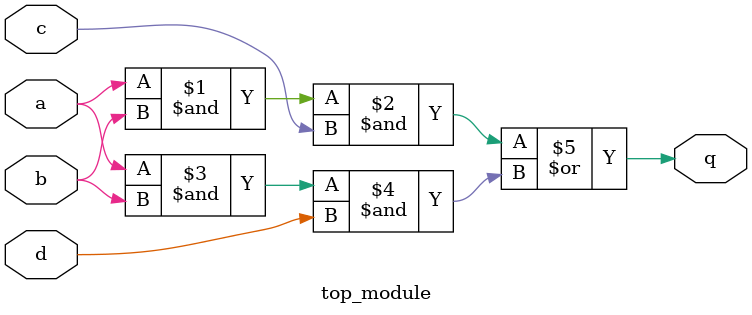
<source format=sv>
module top_module (
	input a, 
	input b, 
	input c, 
	input d,
	output q
);
	assign q = (a & b & c) | (a & b & d);
endmodule

</source>
